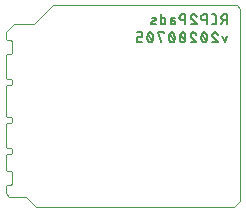
<source format=gbo>
G04 EAGLE Gerber X2 export*
%TF.Part,Single*%
%TF.FileFunction,Other,silk bottom*%
%TF.FilePolarity,Positive*%
%TF.GenerationSoftware,Autodesk,EAGLE,9.6.2*%
%TF.CreationDate,2020-07-07T11:12:48Z*%
G75*
%MOMM*%
%FSLAX34Y34*%
%LPD*%
%INsilk bottom*%
%AMOC8*
5,1,8,0,0,1.08239X$1,22.5*%
G01*
%ADD10C,0.000000*%
%ADD11C,0.152400*%


D10*
X0Y-23000D02*
X3000Y-26000D01*
X17000Y-26000D01*
X39750Y136500D02*
X195500Y136500D01*
X39750Y136500D02*
X23750Y120500D01*
X7000Y120500D01*
X0Y113500D01*
X0Y107500D01*
X0Y94000D02*
X0Y75000D01*
X1000Y74000D01*
X4000Y74000D01*
X5000Y73000D01*
X5000Y70000D02*
X4000Y69000D01*
X1000Y69000D01*
X0Y68000D01*
X5000Y70000D02*
X5000Y73000D01*
X0Y68000D02*
X0Y42500D01*
X1000Y41500D01*
X4000Y41500D01*
X5000Y40500D01*
X5000Y37500D02*
X4000Y36500D01*
X1000Y36500D01*
X0Y35500D01*
X5000Y37500D02*
X5000Y40500D01*
X0Y-16500D02*
X0Y-23000D01*
X0Y-3000D02*
X0Y9500D01*
X0Y16500D02*
X0Y35500D01*
X0Y-3000D02*
X1000Y-4000D01*
X4000Y-4000D02*
X5000Y-5000D01*
X4000Y-4000D02*
X1000Y-4000D01*
X5000Y-5000D02*
X5000Y-14500D01*
X4000Y-15500D01*
X1000Y-15500D01*
X0Y-16500D01*
X1000Y106500D02*
X0Y107500D01*
X1000Y106500D02*
X4000Y106500D01*
X5000Y105500D01*
X5000Y96000D01*
X4000Y95000D01*
X1000Y95000D01*
X0Y94000D01*
D11*
X187238Y120002D02*
X187238Y128638D01*
X184839Y128638D01*
X184742Y128636D01*
X184646Y128630D01*
X184550Y128621D01*
X184454Y128607D01*
X184359Y128590D01*
X184265Y128568D01*
X184172Y128543D01*
X184079Y128515D01*
X183988Y128482D01*
X183899Y128446D01*
X183811Y128406D01*
X183724Y128363D01*
X183640Y128317D01*
X183557Y128267D01*
X183476Y128213D01*
X183398Y128157D01*
X183322Y128097D01*
X183248Y128035D01*
X183177Y127969D01*
X183109Y127901D01*
X183043Y127830D01*
X182981Y127756D01*
X182921Y127680D01*
X182865Y127602D01*
X182811Y127521D01*
X182761Y127439D01*
X182715Y127354D01*
X182672Y127267D01*
X182632Y127179D01*
X182596Y127090D01*
X182563Y126999D01*
X182535Y126906D01*
X182510Y126813D01*
X182488Y126719D01*
X182471Y126624D01*
X182457Y126528D01*
X182448Y126432D01*
X182442Y126336D01*
X182440Y126239D01*
X182442Y126142D01*
X182448Y126046D01*
X182457Y125950D01*
X182471Y125854D01*
X182488Y125759D01*
X182510Y125665D01*
X182535Y125572D01*
X182563Y125479D01*
X182596Y125388D01*
X182632Y125299D01*
X182672Y125211D01*
X182715Y125124D01*
X182761Y125040D01*
X182811Y124957D01*
X182865Y124876D01*
X182921Y124798D01*
X182981Y124722D01*
X183043Y124648D01*
X183109Y124577D01*
X183177Y124509D01*
X183248Y124443D01*
X183322Y124381D01*
X183398Y124321D01*
X183476Y124265D01*
X183557Y124211D01*
X183639Y124161D01*
X183724Y124115D01*
X183811Y124072D01*
X183899Y124032D01*
X183988Y123996D01*
X184079Y123963D01*
X184172Y123935D01*
X184265Y123910D01*
X184359Y123888D01*
X184454Y123871D01*
X184550Y123857D01*
X184646Y123848D01*
X184742Y123842D01*
X184839Y123840D01*
X187238Y123840D01*
X184359Y123840D02*
X182440Y120002D01*
X176298Y120002D02*
X174379Y120002D01*
X176298Y120002D02*
X176384Y120004D01*
X176470Y120010D01*
X176556Y120019D01*
X176641Y120033D01*
X176725Y120050D01*
X176809Y120071D01*
X176891Y120096D01*
X176972Y120124D01*
X177052Y120156D01*
X177131Y120192D01*
X177207Y120231D01*
X177282Y120274D01*
X177355Y120319D01*
X177426Y120369D01*
X177494Y120421D01*
X177561Y120476D01*
X177624Y120534D01*
X177685Y120595D01*
X177743Y120658D01*
X177798Y120725D01*
X177851Y120793D01*
X177900Y120864D01*
X177945Y120937D01*
X177988Y121012D01*
X178027Y121088D01*
X178063Y121167D01*
X178095Y121247D01*
X178123Y121328D01*
X178148Y121411D01*
X178169Y121494D01*
X178186Y121578D01*
X178200Y121663D01*
X178209Y121749D01*
X178215Y121835D01*
X178217Y121921D01*
X178217Y126719D01*
X178215Y126805D01*
X178209Y126891D01*
X178200Y126977D01*
X178186Y127062D01*
X178169Y127146D01*
X178148Y127230D01*
X178123Y127312D01*
X178095Y127393D01*
X178063Y127473D01*
X178027Y127552D01*
X177988Y127628D01*
X177945Y127703D01*
X177900Y127776D01*
X177851Y127847D01*
X177798Y127915D01*
X177743Y127982D01*
X177685Y128045D01*
X177624Y128106D01*
X177561Y128164D01*
X177495Y128219D01*
X177426Y128271D01*
X177355Y128321D01*
X177282Y128366D01*
X177207Y128409D01*
X177131Y128448D01*
X177052Y128484D01*
X176972Y128516D01*
X176891Y128544D01*
X176809Y128569D01*
X176725Y128590D01*
X176641Y128607D01*
X176556Y128621D01*
X176470Y128630D01*
X176384Y128636D01*
X176298Y128638D01*
X174379Y128638D01*
X170059Y128638D02*
X170059Y120002D01*
X170059Y128638D02*
X167660Y128638D01*
X167563Y128636D01*
X167467Y128630D01*
X167371Y128621D01*
X167275Y128607D01*
X167180Y128590D01*
X167086Y128568D01*
X166993Y128543D01*
X166900Y128515D01*
X166809Y128482D01*
X166720Y128446D01*
X166632Y128406D01*
X166545Y128363D01*
X166461Y128317D01*
X166378Y128267D01*
X166297Y128213D01*
X166219Y128157D01*
X166143Y128097D01*
X166069Y128035D01*
X165998Y127969D01*
X165930Y127901D01*
X165864Y127830D01*
X165802Y127756D01*
X165742Y127680D01*
X165686Y127602D01*
X165632Y127521D01*
X165582Y127439D01*
X165536Y127354D01*
X165493Y127267D01*
X165453Y127179D01*
X165417Y127090D01*
X165384Y126999D01*
X165356Y126906D01*
X165331Y126813D01*
X165309Y126719D01*
X165292Y126624D01*
X165278Y126528D01*
X165269Y126432D01*
X165263Y126336D01*
X165261Y126239D01*
X165263Y126142D01*
X165269Y126046D01*
X165278Y125950D01*
X165292Y125854D01*
X165309Y125759D01*
X165331Y125665D01*
X165356Y125572D01*
X165384Y125479D01*
X165417Y125388D01*
X165453Y125299D01*
X165493Y125211D01*
X165536Y125124D01*
X165582Y125040D01*
X165632Y124957D01*
X165686Y124876D01*
X165742Y124798D01*
X165802Y124722D01*
X165864Y124648D01*
X165930Y124577D01*
X165998Y124509D01*
X166069Y124443D01*
X166143Y124381D01*
X166219Y124321D01*
X166297Y124265D01*
X166378Y124211D01*
X166460Y124161D01*
X166545Y124115D01*
X166632Y124072D01*
X166720Y124032D01*
X166809Y123996D01*
X166900Y123963D01*
X166993Y123935D01*
X167086Y123910D01*
X167180Y123888D01*
X167275Y123871D01*
X167371Y123857D01*
X167467Y123848D01*
X167563Y123842D01*
X167660Y123840D01*
X170059Y123840D01*
X158776Y128638D02*
X158684Y128636D01*
X158593Y128630D01*
X158502Y128621D01*
X158411Y128607D01*
X158321Y128590D01*
X158232Y128568D01*
X158144Y128543D01*
X158057Y128515D01*
X157971Y128482D01*
X157887Y128446D01*
X157804Y128407D01*
X157723Y128364D01*
X157644Y128317D01*
X157567Y128268D01*
X157492Y128215D01*
X157420Y128159D01*
X157350Y128100D01*
X157282Y128038D01*
X157217Y127973D01*
X157155Y127905D01*
X157096Y127835D01*
X157040Y127763D01*
X156987Y127688D01*
X156938Y127611D01*
X156891Y127532D01*
X156848Y127451D01*
X156809Y127368D01*
X156773Y127284D01*
X156740Y127198D01*
X156712Y127111D01*
X156687Y127023D01*
X156665Y126934D01*
X156648Y126844D01*
X156634Y126753D01*
X156625Y126662D01*
X156619Y126571D01*
X156617Y126479D01*
X158776Y128638D02*
X158879Y128636D01*
X158981Y128630D01*
X159083Y128621D01*
X159185Y128608D01*
X159286Y128591D01*
X159387Y128570D01*
X159486Y128546D01*
X159585Y128517D01*
X159682Y128486D01*
X159779Y128450D01*
X159874Y128412D01*
X159967Y128369D01*
X160059Y128323D01*
X160149Y128274D01*
X160237Y128222D01*
X160324Y128166D01*
X160408Y128107D01*
X160489Y128046D01*
X160569Y127981D01*
X160646Y127913D01*
X160721Y127842D01*
X160792Y127769D01*
X160861Y127693D01*
X160928Y127615D01*
X160991Y127534D01*
X161051Y127451D01*
X161108Y127366D01*
X161162Y127279D01*
X161213Y127189D01*
X161260Y127098D01*
X161304Y127006D01*
X161345Y126911D01*
X161382Y126816D01*
X161415Y126719D01*
X157337Y124800D02*
X157270Y124866D01*
X157206Y124935D01*
X157145Y125006D01*
X157087Y125080D01*
X157032Y125156D01*
X156980Y125234D01*
X156931Y125314D01*
X156885Y125396D01*
X156843Y125480D01*
X156804Y125566D01*
X156769Y125653D01*
X156738Y125741D01*
X156710Y125831D01*
X156685Y125921D01*
X156664Y126013D01*
X156647Y126105D01*
X156634Y126198D01*
X156625Y126291D01*
X156619Y126385D01*
X156617Y126479D01*
X157337Y124800D02*
X161415Y120002D01*
X156617Y120002D01*
X151771Y120002D02*
X151771Y128638D01*
X149372Y128638D01*
X149275Y128636D01*
X149179Y128630D01*
X149083Y128621D01*
X148987Y128607D01*
X148892Y128590D01*
X148798Y128568D01*
X148705Y128543D01*
X148612Y128515D01*
X148521Y128482D01*
X148432Y128446D01*
X148344Y128406D01*
X148257Y128363D01*
X148173Y128317D01*
X148090Y128267D01*
X148009Y128213D01*
X147931Y128157D01*
X147855Y128097D01*
X147781Y128035D01*
X147710Y127969D01*
X147642Y127901D01*
X147576Y127830D01*
X147514Y127756D01*
X147454Y127680D01*
X147398Y127602D01*
X147344Y127521D01*
X147294Y127439D01*
X147248Y127354D01*
X147205Y127267D01*
X147165Y127179D01*
X147129Y127090D01*
X147096Y126999D01*
X147068Y126906D01*
X147043Y126813D01*
X147021Y126719D01*
X147004Y126624D01*
X146990Y126528D01*
X146981Y126432D01*
X146975Y126336D01*
X146973Y126239D01*
X146975Y126142D01*
X146981Y126046D01*
X146990Y125950D01*
X147004Y125854D01*
X147021Y125759D01*
X147043Y125665D01*
X147068Y125572D01*
X147096Y125479D01*
X147129Y125388D01*
X147165Y125299D01*
X147205Y125211D01*
X147248Y125124D01*
X147294Y125040D01*
X147344Y124957D01*
X147398Y124876D01*
X147454Y124798D01*
X147514Y124722D01*
X147576Y124648D01*
X147642Y124577D01*
X147710Y124509D01*
X147781Y124443D01*
X147855Y124381D01*
X147931Y124321D01*
X148009Y124265D01*
X148090Y124211D01*
X148172Y124161D01*
X148257Y124115D01*
X148344Y124072D01*
X148432Y124032D01*
X148521Y123996D01*
X148612Y123963D01*
X148705Y123935D01*
X148798Y123910D01*
X148892Y123888D01*
X148987Y123871D01*
X149083Y123857D01*
X149179Y123848D01*
X149275Y123842D01*
X149372Y123840D01*
X151771Y123840D01*
X141645Y123360D02*
X139486Y123360D01*
X141645Y123360D02*
X141726Y123358D01*
X141807Y123352D01*
X141888Y123342D01*
X141968Y123329D01*
X142047Y123311D01*
X142125Y123290D01*
X142202Y123265D01*
X142278Y123236D01*
X142353Y123204D01*
X142425Y123168D01*
X142496Y123128D01*
X142565Y123085D01*
X142632Y123039D01*
X142696Y122990D01*
X142758Y122938D01*
X142818Y122882D01*
X142874Y122824D01*
X142928Y122764D01*
X142979Y122700D01*
X143027Y122635D01*
X143071Y122567D01*
X143112Y122497D01*
X143150Y122425D01*
X143184Y122352D01*
X143215Y122276D01*
X143242Y122200D01*
X143265Y122122D01*
X143284Y122043D01*
X143300Y121964D01*
X143312Y121883D01*
X143320Y121803D01*
X143324Y121722D01*
X143324Y121640D01*
X143320Y121559D01*
X143312Y121479D01*
X143300Y121398D01*
X143284Y121319D01*
X143265Y121240D01*
X143242Y121162D01*
X143215Y121086D01*
X143184Y121010D01*
X143150Y120937D01*
X143112Y120865D01*
X143071Y120795D01*
X143027Y120727D01*
X142979Y120662D01*
X142928Y120598D01*
X142874Y120538D01*
X142818Y120480D01*
X142758Y120424D01*
X142696Y120372D01*
X142632Y120323D01*
X142565Y120277D01*
X142496Y120234D01*
X142425Y120194D01*
X142353Y120158D01*
X142278Y120126D01*
X142202Y120097D01*
X142125Y120072D01*
X142047Y120051D01*
X141968Y120033D01*
X141888Y120020D01*
X141807Y120010D01*
X141726Y120004D01*
X141645Y120002D01*
X139486Y120002D01*
X139486Y124320D01*
X139487Y124320D02*
X139489Y124393D01*
X139494Y124466D01*
X139504Y124538D01*
X139516Y124610D01*
X139533Y124681D01*
X139553Y124751D01*
X139577Y124820D01*
X139604Y124887D01*
X139634Y124954D01*
X139668Y125018D01*
X139705Y125081D01*
X139745Y125142D01*
X139788Y125201D01*
X139834Y125257D01*
X139883Y125311D01*
X139935Y125363D01*
X139989Y125412D01*
X140045Y125458D01*
X140104Y125501D01*
X140165Y125541D01*
X140228Y125578D01*
X140292Y125612D01*
X140359Y125642D01*
X140426Y125669D01*
X140495Y125693D01*
X140565Y125713D01*
X140636Y125730D01*
X140708Y125742D01*
X140780Y125752D01*
X140853Y125757D01*
X140926Y125759D01*
X142845Y125759D01*
X131257Y128638D02*
X131257Y120002D01*
X133656Y120002D01*
X133731Y120004D01*
X133806Y120010D01*
X133881Y120020D01*
X133955Y120033D01*
X134028Y120051D01*
X134101Y120072D01*
X134172Y120098D01*
X134241Y120126D01*
X134309Y120159D01*
X134376Y120195D01*
X134440Y120234D01*
X134502Y120277D01*
X134562Y120323D01*
X134619Y120372D01*
X134674Y120423D01*
X134725Y120478D01*
X134774Y120535D01*
X134820Y120595D01*
X134863Y120657D01*
X134902Y120722D01*
X134938Y120788D01*
X134971Y120856D01*
X134999Y120925D01*
X135025Y120996D01*
X135046Y121069D01*
X135064Y121142D01*
X135077Y121216D01*
X135087Y121291D01*
X135093Y121366D01*
X135095Y121441D01*
X135095Y124320D01*
X135093Y124395D01*
X135087Y124470D01*
X135077Y124545D01*
X135064Y124619D01*
X135046Y124692D01*
X135025Y124765D01*
X134999Y124836D01*
X134971Y124905D01*
X134938Y124973D01*
X134902Y125040D01*
X134863Y125104D01*
X134820Y125166D01*
X134774Y125226D01*
X134725Y125283D01*
X134674Y125338D01*
X134619Y125389D01*
X134562Y125438D01*
X134502Y125484D01*
X134440Y125527D01*
X134376Y125566D01*
X134309Y125602D01*
X134241Y125635D01*
X134172Y125663D01*
X134101Y125689D01*
X134028Y125710D01*
X133955Y125728D01*
X133881Y125741D01*
X133806Y125751D01*
X133731Y125757D01*
X133656Y125759D01*
X131257Y125759D01*
X126078Y123360D02*
X123679Y122401D01*
X126078Y123360D02*
X126141Y123387D01*
X126203Y123418D01*
X126263Y123453D01*
X126321Y123490D01*
X126377Y123531D01*
X126430Y123574D01*
X126481Y123621D01*
X126529Y123670D01*
X126575Y123722D01*
X126617Y123777D01*
X126657Y123834D01*
X126693Y123892D01*
X126726Y123953D01*
X126755Y124015D01*
X126781Y124079D01*
X126804Y124145D01*
X126822Y124211D01*
X126837Y124279D01*
X126849Y124347D01*
X126856Y124415D01*
X126860Y124484D01*
X126859Y124553D01*
X126855Y124622D01*
X126847Y124691D01*
X126836Y124759D01*
X126820Y124826D01*
X126801Y124893D01*
X126779Y124958D01*
X126752Y125022D01*
X126722Y125084D01*
X126689Y125144D01*
X126652Y125203D01*
X126613Y125259D01*
X126570Y125314D01*
X126524Y125365D01*
X126476Y125414D01*
X126424Y125461D01*
X126371Y125504D01*
X126315Y125544D01*
X126256Y125581D01*
X126196Y125615D01*
X126134Y125646D01*
X126071Y125673D01*
X126006Y125696D01*
X125940Y125716D01*
X125873Y125732D01*
X125805Y125745D01*
X125736Y125753D01*
X125667Y125758D01*
X125598Y125759D01*
X125459Y125756D01*
X125320Y125748D01*
X125181Y125737D01*
X125043Y125723D01*
X124905Y125705D01*
X124767Y125684D01*
X124630Y125659D01*
X124494Y125630D01*
X124358Y125598D01*
X124224Y125563D01*
X124090Y125524D01*
X123957Y125482D01*
X123826Y125436D01*
X123696Y125387D01*
X123567Y125335D01*
X123439Y125280D01*
X123679Y122401D02*
X123616Y122374D01*
X123554Y122343D01*
X123494Y122308D01*
X123436Y122271D01*
X123380Y122230D01*
X123327Y122187D01*
X123276Y122140D01*
X123228Y122091D01*
X123182Y122039D01*
X123140Y121984D01*
X123100Y121927D01*
X123064Y121869D01*
X123031Y121808D01*
X123002Y121745D01*
X122976Y121682D01*
X122953Y121616D01*
X122935Y121550D01*
X122920Y121482D01*
X122908Y121414D01*
X122901Y121346D01*
X122897Y121277D01*
X122898Y121208D01*
X122902Y121139D01*
X122910Y121070D01*
X122921Y121002D01*
X122937Y120935D01*
X122956Y120868D01*
X122978Y120803D01*
X123005Y120739D01*
X123035Y120677D01*
X123068Y120617D01*
X123105Y120558D01*
X123144Y120502D01*
X123187Y120447D01*
X123233Y120396D01*
X123281Y120347D01*
X123333Y120300D01*
X123386Y120257D01*
X123442Y120217D01*
X123501Y120180D01*
X123561Y120146D01*
X123623Y120115D01*
X123686Y120088D01*
X123751Y120065D01*
X123817Y120045D01*
X123884Y120029D01*
X123952Y120016D01*
X124021Y120008D01*
X124090Y120003D01*
X124159Y120002D01*
X124159Y120003D02*
X124352Y120008D01*
X124544Y120017D01*
X124736Y120032D01*
X124927Y120050D01*
X125118Y120073D01*
X125309Y120101D01*
X125499Y120133D01*
X125687Y120170D01*
X125875Y120211D01*
X126062Y120257D01*
X126248Y120307D01*
X126433Y120361D01*
X126616Y120420D01*
X126798Y120483D01*
X185319Y104762D02*
X187238Y110519D01*
X183400Y110519D02*
X185319Y104762D01*
X176849Y113398D02*
X176757Y113396D01*
X176666Y113390D01*
X176575Y113381D01*
X176484Y113367D01*
X176394Y113350D01*
X176305Y113328D01*
X176217Y113303D01*
X176130Y113275D01*
X176044Y113242D01*
X175960Y113206D01*
X175877Y113167D01*
X175796Y113124D01*
X175717Y113077D01*
X175640Y113028D01*
X175565Y112975D01*
X175493Y112919D01*
X175423Y112860D01*
X175355Y112798D01*
X175290Y112733D01*
X175228Y112665D01*
X175169Y112595D01*
X175113Y112523D01*
X175060Y112448D01*
X175011Y112371D01*
X174964Y112292D01*
X174921Y112211D01*
X174882Y112128D01*
X174846Y112044D01*
X174813Y111958D01*
X174785Y111871D01*
X174760Y111783D01*
X174738Y111694D01*
X174721Y111604D01*
X174707Y111513D01*
X174698Y111422D01*
X174692Y111331D01*
X174690Y111239D01*
X176849Y113398D02*
X176952Y113396D01*
X177054Y113390D01*
X177156Y113381D01*
X177258Y113368D01*
X177359Y113351D01*
X177460Y113330D01*
X177559Y113306D01*
X177658Y113277D01*
X177755Y113246D01*
X177852Y113210D01*
X177947Y113172D01*
X178040Y113129D01*
X178132Y113083D01*
X178222Y113034D01*
X178310Y112982D01*
X178397Y112926D01*
X178481Y112867D01*
X178562Y112806D01*
X178642Y112741D01*
X178719Y112673D01*
X178794Y112602D01*
X178865Y112529D01*
X178934Y112453D01*
X179001Y112375D01*
X179064Y112294D01*
X179124Y112211D01*
X179181Y112126D01*
X179235Y112039D01*
X179286Y111949D01*
X179333Y111858D01*
X179377Y111766D01*
X179418Y111671D01*
X179455Y111576D01*
X179488Y111479D01*
X175410Y109560D02*
X175343Y109626D01*
X175279Y109695D01*
X175218Y109766D01*
X175160Y109840D01*
X175105Y109916D01*
X175053Y109994D01*
X175004Y110074D01*
X174958Y110156D01*
X174916Y110240D01*
X174877Y110326D01*
X174842Y110413D01*
X174811Y110501D01*
X174783Y110591D01*
X174758Y110681D01*
X174737Y110773D01*
X174720Y110865D01*
X174707Y110958D01*
X174698Y111051D01*
X174692Y111145D01*
X174690Y111239D01*
X175410Y109560D02*
X179488Y104762D01*
X174690Y104762D01*
X170345Y109080D02*
X170343Y109250D01*
X170337Y109420D01*
X170327Y109589D01*
X170313Y109759D01*
X170294Y109928D01*
X170272Y110096D01*
X170246Y110264D01*
X170216Y110431D01*
X170181Y110597D01*
X170143Y110763D01*
X170101Y110928D01*
X170055Y111091D01*
X170005Y111254D01*
X169951Y111415D01*
X169894Y111575D01*
X169832Y111733D01*
X169767Y111890D01*
X169698Y112045D01*
X169625Y112199D01*
X169624Y112199D02*
X169596Y112275D01*
X169564Y112350D01*
X169529Y112424D01*
X169491Y112496D01*
X169449Y112566D01*
X169404Y112634D01*
X169356Y112700D01*
X169305Y112764D01*
X169251Y112825D01*
X169195Y112884D01*
X169135Y112940D01*
X169074Y112993D01*
X169010Y113043D01*
X168943Y113091D01*
X168875Y113135D01*
X168804Y113176D01*
X168732Y113214D01*
X168658Y113248D01*
X168583Y113279D01*
X168506Y113307D01*
X168428Y113331D01*
X168349Y113351D01*
X168269Y113368D01*
X168189Y113381D01*
X168108Y113391D01*
X168027Y113396D01*
X167945Y113398D01*
X167863Y113396D01*
X167782Y113391D01*
X167701Y113381D01*
X167621Y113368D01*
X167541Y113351D01*
X167462Y113331D01*
X167384Y113307D01*
X167307Y113279D01*
X167232Y113248D01*
X167158Y113214D01*
X167086Y113176D01*
X167015Y113135D01*
X166947Y113091D01*
X166880Y113043D01*
X166816Y112993D01*
X166755Y112940D01*
X166695Y112884D01*
X166639Y112825D01*
X166585Y112764D01*
X166534Y112700D01*
X166486Y112634D01*
X166441Y112566D01*
X166399Y112496D01*
X166361Y112424D01*
X166326Y112350D01*
X166294Y112275D01*
X166266Y112199D01*
X166193Y112045D01*
X166124Y111890D01*
X166059Y111733D01*
X165997Y111575D01*
X165940Y111415D01*
X165886Y111254D01*
X165836Y111091D01*
X165790Y110928D01*
X165748Y110763D01*
X165710Y110597D01*
X165675Y110431D01*
X165645Y110264D01*
X165619Y110096D01*
X165597Y109928D01*
X165578Y109759D01*
X165564Y109589D01*
X165554Y109420D01*
X165548Y109250D01*
X165546Y109080D01*
X170344Y109080D02*
X170342Y108910D01*
X170336Y108740D01*
X170326Y108571D01*
X170312Y108401D01*
X170293Y108232D01*
X170271Y108064D01*
X170245Y107896D01*
X170215Y107729D01*
X170180Y107563D01*
X170142Y107397D01*
X170100Y107232D01*
X170054Y107069D01*
X170004Y106907D01*
X169950Y106745D01*
X169893Y106586D01*
X169831Y106427D01*
X169766Y106270D01*
X169697Y106115D01*
X169624Y105961D01*
X169596Y105885D01*
X169564Y105810D01*
X169529Y105736D01*
X169491Y105664D01*
X169449Y105594D01*
X169404Y105526D01*
X169356Y105460D01*
X169305Y105396D01*
X169251Y105335D01*
X169195Y105276D01*
X169135Y105220D01*
X169074Y105167D01*
X169010Y105117D01*
X168943Y105069D01*
X168875Y105025D01*
X168804Y104984D01*
X168732Y104946D01*
X168658Y104912D01*
X168583Y104881D01*
X168506Y104853D01*
X168428Y104829D01*
X168349Y104809D01*
X168269Y104792D01*
X168189Y104779D01*
X168108Y104769D01*
X168027Y104764D01*
X167945Y104762D01*
X166266Y105961D02*
X166193Y106115D01*
X166124Y106270D01*
X166059Y106427D01*
X165997Y106586D01*
X165940Y106745D01*
X165886Y106907D01*
X165836Y107069D01*
X165790Y107232D01*
X165748Y107397D01*
X165710Y107563D01*
X165675Y107729D01*
X165645Y107896D01*
X165619Y108064D01*
X165597Y108232D01*
X165578Y108401D01*
X165564Y108571D01*
X165554Y108740D01*
X165548Y108910D01*
X165546Y109080D01*
X166266Y105961D02*
X166294Y105885D01*
X166326Y105810D01*
X166361Y105736D01*
X166399Y105664D01*
X166441Y105594D01*
X166486Y105526D01*
X166534Y105460D01*
X166585Y105396D01*
X166639Y105335D01*
X166695Y105276D01*
X166755Y105220D01*
X166816Y105167D01*
X166880Y105117D01*
X166947Y105069D01*
X167015Y105025D01*
X167086Y104984D01*
X167158Y104946D01*
X167232Y104912D01*
X167307Y104881D01*
X167384Y104853D01*
X167462Y104829D01*
X167541Y104809D01*
X167621Y104792D01*
X167701Y104779D01*
X167782Y104769D01*
X167863Y104764D01*
X167945Y104762D01*
X169864Y106681D02*
X166026Y111479D01*
X158561Y113398D02*
X158469Y113396D01*
X158378Y113390D01*
X158287Y113381D01*
X158196Y113367D01*
X158106Y113350D01*
X158017Y113328D01*
X157929Y113303D01*
X157842Y113275D01*
X157756Y113242D01*
X157672Y113206D01*
X157589Y113167D01*
X157508Y113124D01*
X157429Y113077D01*
X157352Y113028D01*
X157277Y112975D01*
X157205Y112919D01*
X157135Y112860D01*
X157067Y112798D01*
X157002Y112733D01*
X156940Y112665D01*
X156881Y112595D01*
X156825Y112523D01*
X156772Y112448D01*
X156723Y112371D01*
X156676Y112292D01*
X156633Y112211D01*
X156594Y112128D01*
X156558Y112044D01*
X156525Y111958D01*
X156497Y111871D01*
X156472Y111783D01*
X156450Y111694D01*
X156433Y111604D01*
X156419Y111513D01*
X156410Y111422D01*
X156404Y111331D01*
X156402Y111239D01*
X158561Y113398D02*
X158664Y113396D01*
X158766Y113390D01*
X158868Y113381D01*
X158970Y113368D01*
X159071Y113351D01*
X159172Y113330D01*
X159271Y113306D01*
X159370Y113277D01*
X159467Y113246D01*
X159564Y113210D01*
X159659Y113172D01*
X159752Y113129D01*
X159844Y113083D01*
X159934Y113034D01*
X160022Y112982D01*
X160109Y112926D01*
X160193Y112867D01*
X160274Y112806D01*
X160354Y112741D01*
X160431Y112673D01*
X160506Y112602D01*
X160577Y112529D01*
X160646Y112453D01*
X160713Y112375D01*
X160776Y112294D01*
X160836Y112211D01*
X160893Y112126D01*
X160947Y112039D01*
X160998Y111949D01*
X161045Y111858D01*
X161089Y111766D01*
X161130Y111671D01*
X161167Y111576D01*
X161200Y111479D01*
X157122Y109560D02*
X157055Y109626D01*
X156991Y109695D01*
X156930Y109766D01*
X156872Y109840D01*
X156817Y109916D01*
X156765Y109994D01*
X156716Y110074D01*
X156670Y110156D01*
X156628Y110240D01*
X156589Y110326D01*
X156554Y110413D01*
X156523Y110501D01*
X156495Y110591D01*
X156470Y110681D01*
X156449Y110773D01*
X156432Y110865D01*
X156419Y110958D01*
X156410Y111051D01*
X156404Y111145D01*
X156402Y111239D01*
X157122Y109560D02*
X161200Y104762D01*
X156402Y104762D01*
X152057Y109080D02*
X152055Y109250D01*
X152049Y109420D01*
X152039Y109589D01*
X152025Y109759D01*
X152006Y109928D01*
X151984Y110096D01*
X151958Y110264D01*
X151928Y110431D01*
X151893Y110597D01*
X151855Y110763D01*
X151813Y110928D01*
X151767Y111091D01*
X151717Y111254D01*
X151663Y111415D01*
X151606Y111575D01*
X151544Y111733D01*
X151479Y111890D01*
X151410Y112045D01*
X151337Y112199D01*
X151336Y112199D02*
X151308Y112275D01*
X151276Y112350D01*
X151241Y112424D01*
X151203Y112496D01*
X151161Y112566D01*
X151116Y112634D01*
X151068Y112700D01*
X151017Y112764D01*
X150963Y112825D01*
X150907Y112884D01*
X150847Y112940D01*
X150786Y112993D01*
X150722Y113043D01*
X150655Y113091D01*
X150587Y113135D01*
X150516Y113176D01*
X150444Y113214D01*
X150370Y113248D01*
X150295Y113279D01*
X150218Y113307D01*
X150140Y113331D01*
X150061Y113351D01*
X149981Y113368D01*
X149901Y113381D01*
X149820Y113391D01*
X149739Y113396D01*
X149657Y113398D01*
X149575Y113396D01*
X149494Y113391D01*
X149413Y113381D01*
X149333Y113368D01*
X149253Y113351D01*
X149174Y113331D01*
X149096Y113307D01*
X149019Y113279D01*
X148944Y113248D01*
X148870Y113214D01*
X148798Y113176D01*
X148727Y113135D01*
X148659Y113091D01*
X148592Y113043D01*
X148528Y112993D01*
X148467Y112940D01*
X148407Y112884D01*
X148351Y112825D01*
X148297Y112764D01*
X148246Y112700D01*
X148198Y112634D01*
X148153Y112566D01*
X148111Y112496D01*
X148073Y112424D01*
X148038Y112350D01*
X148006Y112275D01*
X147978Y112199D01*
X147905Y112045D01*
X147836Y111890D01*
X147771Y111733D01*
X147709Y111575D01*
X147652Y111415D01*
X147598Y111254D01*
X147548Y111091D01*
X147502Y110928D01*
X147460Y110763D01*
X147422Y110597D01*
X147387Y110431D01*
X147357Y110264D01*
X147331Y110096D01*
X147309Y109928D01*
X147290Y109759D01*
X147276Y109589D01*
X147266Y109420D01*
X147260Y109250D01*
X147258Y109080D01*
X152056Y109080D02*
X152054Y108910D01*
X152048Y108740D01*
X152038Y108571D01*
X152024Y108401D01*
X152005Y108232D01*
X151983Y108064D01*
X151957Y107896D01*
X151927Y107729D01*
X151892Y107563D01*
X151854Y107397D01*
X151812Y107232D01*
X151766Y107069D01*
X151716Y106907D01*
X151662Y106745D01*
X151605Y106586D01*
X151543Y106427D01*
X151478Y106270D01*
X151409Y106115D01*
X151336Y105961D01*
X151308Y105885D01*
X151276Y105810D01*
X151241Y105736D01*
X151203Y105664D01*
X151161Y105594D01*
X151116Y105526D01*
X151068Y105460D01*
X151017Y105396D01*
X150963Y105335D01*
X150907Y105276D01*
X150847Y105220D01*
X150786Y105167D01*
X150722Y105117D01*
X150655Y105069D01*
X150587Y105025D01*
X150516Y104984D01*
X150444Y104946D01*
X150370Y104912D01*
X150295Y104881D01*
X150218Y104853D01*
X150140Y104829D01*
X150061Y104809D01*
X149981Y104792D01*
X149901Y104779D01*
X149820Y104769D01*
X149739Y104764D01*
X149657Y104762D01*
X147978Y105961D02*
X147905Y106115D01*
X147836Y106270D01*
X147771Y106427D01*
X147709Y106586D01*
X147652Y106745D01*
X147598Y106907D01*
X147548Y107069D01*
X147502Y107232D01*
X147460Y107397D01*
X147422Y107563D01*
X147387Y107729D01*
X147357Y107896D01*
X147331Y108064D01*
X147309Y108232D01*
X147290Y108401D01*
X147276Y108571D01*
X147266Y108740D01*
X147260Y108910D01*
X147258Y109080D01*
X147978Y105961D02*
X148006Y105885D01*
X148038Y105810D01*
X148073Y105736D01*
X148111Y105664D01*
X148153Y105594D01*
X148198Y105526D01*
X148246Y105460D01*
X148297Y105396D01*
X148351Y105335D01*
X148407Y105276D01*
X148467Y105220D01*
X148528Y105167D01*
X148592Y105117D01*
X148659Y105069D01*
X148727Y105025D01*
X148798Y104984D01*
X148870Y104946D01*
X148944Y104912D01*
X149019Y104881D01*
X149096Y104853D01*
X149174Y104829D01*
X149253Y104809D01*
X149333Y104792D01*
X149413Y104779D01*
X149494Y104769D01*
X149575Y104764D01*
X149657Y104762D01*
X151576Y106681D02*
X147738Y111479D01*
X142913Y109080D02*
X142911Y109250D01*
X142905Y109420D01*
X142895Y109589D01*
X142881Y109759D01*
X142862Y109928D01*
X142840Y110096D01*
X142814Y110264D01*
X142784Y110431D01*
X142749Y110597D01*
X142711Y110763D01*
X142669Y110928D01*
X142623Y111091D01*
X142573Y111254D01*
X142519Y111415D01*
X142462Y111575D01*
X142400Y111733D01*
X142335Y111890D01*
X142266Y112045D01*
X142193Y112199D01*
X142192Y112199D02*
X142164Y112275D01*
X142132Y112350D01*
X142097Y112424D01*
X142059Y112496D01*
X142017Y112566D01*
X141972Y112634D01*
X141924Y112700D01*
X141873Y112764D01*
X141819Y112825D01*
X141763Y112884D01*
X141703Y112940D01*
X141642Y112993D01*
X141578Y113043D01*
X141511Y113091D01*
X141443Y113135D01*
X141372Y113176D01*
X141300Y113214D01*
X141226Y113248D01*
X141151Y113279D01*
X141074Y113307D01*
X140996Y113331D01*
X140917Y113351D01*
X140837Y113368D01*
X140757Y113381D01*
X140676Y113391D01*
X140595Y113396D01*
X140513Y113398D01*
X140431Y113396D01*
X140350Y113391D01*
X140269Y113381D01*
X140189Y113368D01*
X140109Y113351D01*
X140030Y113331D01*
X139952Y113307D01*
X139875Y113279D01*
X139800Y113248D01*
X139726Y113214D01*
X139654Y113176D01*
X139583Y113135D01*
X139515Y113091D01*
X139448Y113043D01*
X139384Y112993D01*
X139323Y112940D01*
X139263Y112884D01*
X139207Y112825D01*
X139153Y112764D01*
X139102Y112700D01*
X139054Y112634D01*
X139009Y112566D01*
X138967Y112496D01*
X138929Y112424D01*
X138894Y112350D01*
X138862Y112275D01*
X138834Y112199D01*
X138761Y112045D01*
X138692Y111890D01*
X138627Y111733D01*
X138565Y111575D01*
X138508Y111415D01*
X138454Y111254D01*
X138404Y111091D01*
X138358Y110928D01*
X138316Y110763D01*
X138278Y110597D01*
X138243Y110431D01*
X138213Y110264D01*
X138187Y110096D01*
X138165Y109928D01*
X138146Y109759D01*
X138132Y109589D01*
X138122Y109420D01*
X138116Y109250D01*
X138114Y109080D01*
X142912Y109080D02*
X142910Y108910D01*
X142904Y108740D01*
X142894Y108571D01*
X142880Y108401D01*
X142861Y108232D01*
X142839Y108064D01*
X142813Y107896D01*
X142783Y107729D01*
X142748Y107563D01*
X142710Y107397D01*
X142668Y107232D01*
X142622Y107069D01*
X142572Y106907D01*
X142518Y106745D01*
X142461Y106586D01*
X142399Y106427D01*
X142334Y106270D01*
X142265Y106115D01*
X142192Y105961D01*
X142164Y105885D01*
X142132Y105810D01*
X142097Y105736D01*
X142059Y105664D01*
X142017Y105594D01*
X141972Y105526D01*
X141924Y105460D01*
X141873Y105396D01*
X141819Y105335D01*
X141763Y105276D01*
X141703Y105220D01*
X141642Y105167D01*
X141578Y105117D01*
X141511Y105069D01*
X141443Y105025D01*
X141372Y104984D01*
X141300Y104946D01*
X141226Y104912D01*
X141151Y104881D01*
X141074Y104853D01*
X140996Y104829D01*
X140917Y104809D01*
X140837Y104792D01*
X140757Y104779D01*
X140676Y104769D01*
X140595Y104764D01*
X140513Y104762D01*
X138834Y105961D02*
X138761Y106115D01*
X138692Y106270D01*
X138627Y106427D01*
X138565Y106586D01*
X138508Y106745D01*
X138454Y106907D01*
X138404Y107069D01*
X138358Y107232D01*
X138316Y107397D01*
X138278Y107563D01*
X138243Y107729D01*
X138213Y107896D01*
X138187Y108064D01*
X138165Y108232D01*
X138146Y108401D01*
X138132Y108571D01*
X138122Y108740D01*
X138116Y108910D01*
X138114Y109080D01*
X138834Y105961D02*
X138862Y105885D01*
X138894Y105810D01*
X138929Y105736D01*
X138967Y105664D01*
X139009Y105594D01*
X139054Y105526D01*
X139102Y105460D01*
X139153Y105396D01*
X139207Y105335D01*
X139263Y105276D01*
X139323Y105220D01*
X139384Y105167D01*
X139448Y105117D01*
X139515Y105069D01*
X139583Y105025D01*
X139654Y104984D01*
X139726Y104946D01*
X139800Y104912D01*
X139875Y104881D01*
X139952Y104853D01*
X140030Y104829D01*
X140109Y104809D01*
X140189Y104792D01*
X140269Y104779D01*
X140350Y104769D01*
X140431Y104764D01*
X140513Y104762D01*
X142432Y106681D02*
X138594Y111479D01*
X133768Y112438D02*
X133768Y113398D01*
X128970Y113398D01*
X131369Y104762D01*
X124625Y109080D02*
X124623Y109250D01*
X124617Y109420D01*
X124607Y109589D01*
X124593Y109759D01*
X124574Y109928D01*
X124552Y110096D01*
X124526Y110264D01*
X124496Y110431D01*
X124461Y110597D01*
X124423Y110763D01*
X124381Y110928D01*
X124335Y111091D01*
X124285Y111254D01*
X124231Y111415D01*
X124174Y111575D01*
X124112Y111733D01*
X124047Y111890D01*
X123978Y112045D01*
X123905Y112199D01*
X123904Y112199D02*
X123876Y112275D01*
X123844Y112350D01*
X123809Y112424D01*
X123771Y112496D01*
X123729Y112566D01*
X123684Y112634D01*
X123636Y112700D01*
X123585Y112764D01*
X123531Y112825D01*
X123475Y112884D01*
X123415Y112940D01*
X123354Y112993D01*
X123290Y113043D01*
X123223Y113091D01*
X123155Y113135D01*
X123084Y113176D01*
X123012Y113214D01*
X122938Y113248D01*
X122863Y113279D01*
X122786Y113307D01*
X122708Y113331D01*
X122629Y113351D01*
X122549Y113368D01*
X122469Y113381D01*
X122388Y113391D01*
X122307Y113396D01*
X122225Y113398D01*
X122143Y113396D01*
X122062Y113391D01*
X121981Y113381D01*
X121901Y113368D01*
X121821Y113351D01*
X121742Y113331D01*
X121664Y113307D01*
X121587Y113279D01*
X121512Y113248D01*
X121438Y113214D01*
X121366Y113176D01*
X121295Y113135D01*
X121227Y113091D01*
X121160Y113043D01*
X121096Y112993D01*
X121035Y112940D01*
X120975Y112884D01*
X120919Y112825D01*
X120865Y112764D01*
X120814Y112700D01*
X120766Y112634D01*
X120721Y112566D01*
X120679Y112496D01*
X120641Y112424D01*
X120606Y112350D01*
X120574Y112275D01*
X120546Y112199D01*
X120473Y112045D01*
X120404Y111890D01*
X120339Y111733D01*
X120277Y111575D01*
X120220Y111415D01*
X120166Y111254D01*
X120116Y111091D01*
X120070Y110928D01*
X120028Y110763D01*
X119990Y110597D01*
X119955Y110431D01*
X119925Y110264D01*
X119899Y110096D01*
X119877Y109928D01*
X119858Y109759D01*
X119844Y109589D01*
X119834Y109420D01*
X119828Y109250D01*
X119826Y109080D01*
X124624Y109080D02*
X124622Y108910D01*
X124616Y108740D01*
X124606Y108571D01*
X124592Y108401D01*
X124573Y108232D01*
X124551Y108064D01*
X124525Y107896D01*
X124495Y107729D01*
X124460Y107563D01*
X124422Y107397D01*
X124380Y107232D01*
X124334Y107069D01*
X124284Y106907D01*
X124230Y106745D01*
X124173Y106586D01*
X124111Y106427D01*
X124046Y106270D01*
X123977Y106115D01*
X123904Y105961D01*
X123876Y105885D01*
X123844Y105810D01*
X123809Y105736D01*
X123771Y105664D01*
X123729Y105594D01*
X123684Y105526D01*
X123636Y105460D01*
X123585Y105396D01*
X123531Y105335D01*
X123475Y105276D01*
X123415Y105220D01*
X123354Y105167D01*
X123290Y105117D01*
X123223Y105069D01*
X123155Y105025D01*
X123084Y104984D01*
X123012Y104946D01*
X122938Y104912D01*
X122863Y104881D01*
X122786Y104853D01*
X122708Y104829D01*
X122629Y104809D01*
X122549Y104792D01*
X122469Y104779D01*
X122388Y104769D01*
X122307Y104764D01*
X122225Y104762D01*
X120546Y105961D02*
X120473Y106115D01*
X120404Y106270D01*
X120339Y106427D01*
X120277Y106586D01*
X120220Y106745D01*
X120166Y106907D01*
X120116Y107069D01*
X120070Y107232D01*
X120028Y107397D01*
X119990Y107563D01*
X119955Y107729D01*
X119925Y107896D01*
X119899Y108064D01*
X119877Y108232D01*
X119858Y108401D01*
X119844Y108571D01*
X119834Y108740D01*
X119828Y108910D01*
X119826Y109080D01*
X120546Y105961D02*
X120574Y105885D01*
X120606Y105810D01*
X120641Y105736D01*
X120679Y105664D01*
X120721Y105594D01*
X120766Y105526D01*
X120814Y105460D01*
X120865Y105396D01*
X120919Y105335D01*
X120975Y105276D01*
X121035Y105220D01*
X121096Y105167D01*
X121160Y105117D01*
X121227Y105069D01*
X121295Y105025D01*
X121366Y104984D01*
X121438Y104946D01*
X121512Y104912D01*
X121587Y104881D01*
X121664Y104853D01*
X121742Y104829D01*
X121821Y104809D01*
X121901Y104792D01*
X121981Y104779D01*
X122062Y104769D01*
X122143Y104764D01*
X122225Y104762D01*
X124144Y106681D02*
X120306Y111479D01*
X115480Y104762D02*
X112602Y104762D01*
X112516Y104764D01*
X112430Y104770D01*
X112344Y104779D01*
X112259Y104793D01*
X112175Y104810D01*
X112091Y104831D01*
X112009Y104856D01*
X111928Y104884D01*
X111848Y104916D01*
X111769Y104952D01*
X111693Y104991D01*
X111618Y105034D01*
X111545Y105079D01*
X111474Y105128D01*
X111406Y105181D01*
X111339Y105236D01*
X111276Y105294D01*
X111215Y105355D01*
X111157Y105418D01*
X111102Y105485D01*
X111049Y105553D01*
X111000Y105624D01*
X110955Y105697D01*
X110912Y105772D01*
X110873Y105848D01*
X110837Y105927D01*
X110805Y106007D01*
X110777Y106088D01*
X110752Y106170D01*
X110731Y106254D01*
X110714Y106338D01*
X110700Y106423D01*
X110691Y106509D01*
X110685Y106595D01*
X110683Y106681D01*
X110682Y106681D02*
X110682Y107641D01*
X110683Y107641D02*
X110685Y107727D01*
X110691Y107813D01*
X110700Y107899D01*
X110714Y107984D01*
X110731Y108068D01*
X110752Y108152D01*
X110777Y108234D01*
X110805Y108315D01*
X110837Y108395D01*
X110873Y108474D01*
X110912Y108550D01*
X110955Y108625D01*
X111000Y108698D01*
X111050Y108769D01*
X111102Y108837D01*
X111157Y108904D01*
X111215Y108967D01*
X111276Y109028D01*
X111339Y109086D01*
X111406Y109141D01*
X111474Y109194D01*
X111545Y109243D01*
X111618Y109288D01*
X111693Y109331D01*
X111769Y109370D01*
X111848Y109406D01*
X111928Y109438D01*
X112009Y109466D01*
X112092Y109491D01*
X112175Y109512D01*
X112259Y109529D01*
X112344Y109543D01*
X112430Y109552D01*
X112516Y109558D01*
X112602Y109560D01*
X115480Y109560D01*
X115480Y113398D01*
X110682Y113398D01*
D10*
X1000Y15500D02*
X0Y16500D01*
X1000Y15500D02*
X4000Y15500D01*
X5000Y14500D01*
X5000Y11500D01*
X4000Y10500D01*
X1000Y10500D01*
X0Y9500D01*
X17000Y-26000D02*
X25500Y-34500D01*
X193500Y-34500D01*
X198500Y-29500D01*
X198500Y133500D01*
X195500Y136500D01*
M02*

</source>
